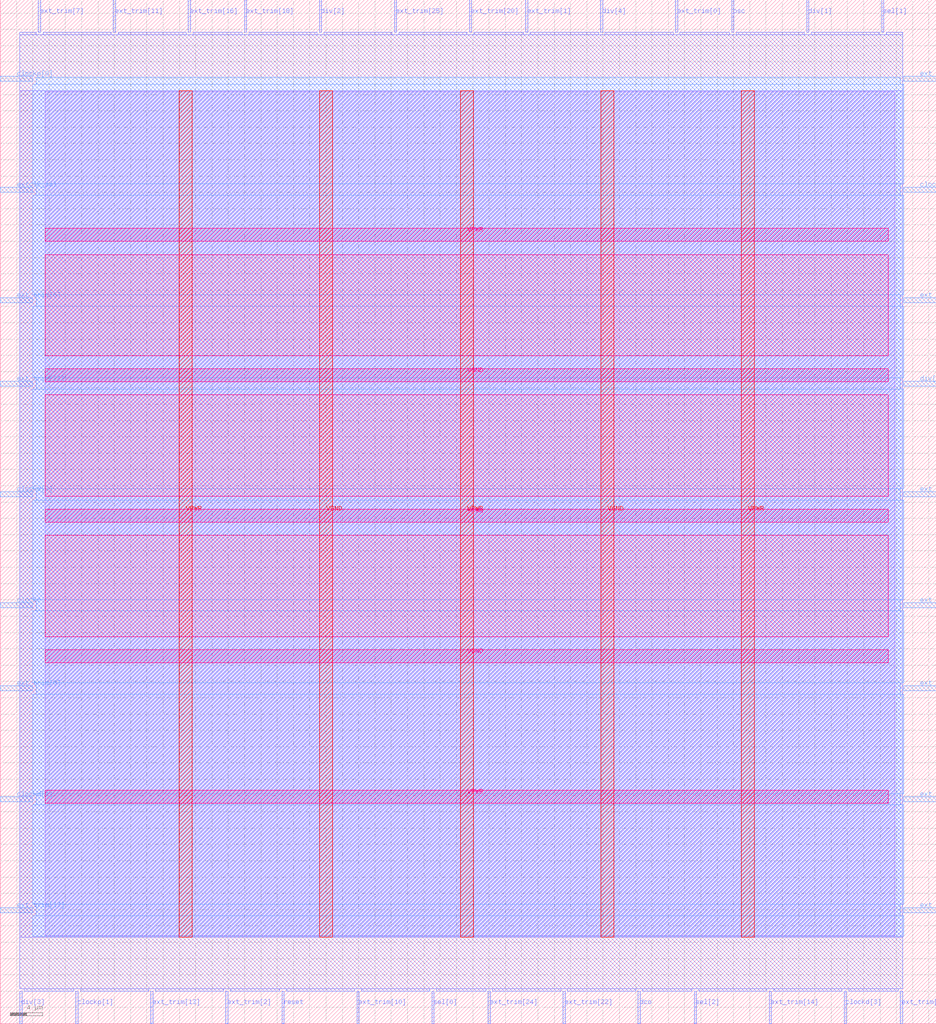
<source format=lef>
VERSION 5.7 ;
  NOWIREEXTENSIONATPIN ON ;
  DIVIDERCHAR "/" ;
  BUSBITCHARS "[]" ;
MACRO digital_pll
  CLASS BLOCK ;
  FOREIGN digital_pll ;
  ORIGIN 0.000 0.000 ;
  SIZE 114.895 BY 125.615 ;
  PIN clockc
    DIRECTION OUTPUT TRISTATE ;
    USE SIGNAL ;
    PORT
      LAYER met3 ;
        RECT 0.000 51.040 4.000 51.640 ;
    END
  END clockc
  PIN clockd[0]
    DIRECTION OUTPUT TRISTATE ;
    USE SIGNAL ;
    PORT
      LAYER met3 ;
        RECT 0.000 64.640 4.000 65.240 ;
    END
  END clockd[0]
  PIN clockd[1]
    DIRECTION OUTPUT TRISTATE ;
    USE SIGNAL ;
    PORT
      LAYER met3 ;
        RECT 0.000 27.240 4.000 27.840 ;
    END
  END clockd[1]
  PIN clockd[2]
    DIRECTION OUTPUT TRISTATE ;
    USE SIGNAL ;
    PORT
      LAYER met3 ;
        RECT 110.895 102.040 114.895 102.640 ;
    END
  END clockd[2]
  PIN clockd[3]
    DIRECTION OUTPUT TRISTATE ;
    USE SIGNAL ;
    PORT
      LAYER met2 ;
        RECT 103.590 0.000 103.870 4.000 ;
    END
  END clockd[3]
  PIN clockp[0]
    DIRECTION OUTPUT TRISTATE ;
    USE SIGNAL ;
    PORT
      LAYER met3 ;
        RECT 0.000 115.640 4.000 116.240 ;
    END
  END clockp[0]
  PIN clockp[1]
    DIRECTION OUTPUT TRISTATE ;
    USE SIGNAL ;
    PORT
      LAYER met2 ;
        RECT 9.290 0.000 9.570 4.000 ;
    END
  END clockp[1]
  PIN dco
    DIRECTION INPUT ;
    USE SIGNAL ;
    PORT
      LAYER met2 ;
        RECT 78.290 0.000 78.570 4.000 ;
    END
  END dco
  PIN div[0]
    DIRECTION INPUT ;
    USE SIGNAL ;
    PORT
      LAYER met3 ;
        RECT 110.895 78.240 114.895 78.840 ;
    END
  END div[0]
  PIN div[1]
    DIRECTION INPUT ;
    USE SIGNAL ;
    PORT
      LAYER met2 ;
        RECT 98.990 121.615 99.270 125.615 ;
    END
  END div[1]
  PIN div[2]
    DIRECTION INPUT ;
    USE SIGNAL ;
    PORT
      LAYER met2 ;
        RECT 39.190 121.615 39.470 125.615 ;
    END
  END div[2]
  PIN div[3]
    DIRECTION INPUT ;
    USE SIGNAL ;
    PORT
      LAYER met2 ;
        RECT 2.390 0.000 2.670 4.000 ;
    END
  END div[3]
  PIN div[4]
    DIRECTION INPUT ;
    USE SIGNAL ;
    PORT
      LAYER met2 ;
        RECT 73.690 121.615 73.970 125.615 ;
    END
  END div[4]
  PIN ext_trim[0]
    DIRECTION INPUT ;
    USE SIGNAL ;
    PORT
      LAYER met2 ;
        RECT 82.890 121.615 83.170 125.615 ;
    END
  END ext_trim[0]
  PIN ext_trim[10]
    DIRECTION INPUT ;
    USE SIGNAL ;
    PORT
      LAYER met2 ;
        RECT 43.790 0.000 44.070 4.000 ;
    END
  END ext_trim[10]
  PIN ext_trim[11]
    DIRECTION INPUT ;
    USE SIGNAL ;
    PORT
      LAYER met2 ;
        RECT 13.890 121.615 14.170 125.615 ;
    END
  END ext_trim[11]
  PIN ext_trim[12]
    DIRECTION INPUT ;
    USE SIGNAL ;
    PORT
      LAYER met3 ;
        RECT 110.895 27.240 114.895 27.840 ;
    END
  END ext_trim[12]
  PIN ext_trim[13]
    DIRECTION INPUT ;
    USE SIGNAL ;
    PORT
      LAYER met2 ;
        RECT 18.490 0.000 18.770 4.000 ;
    END
  END ext_trim[13]
  PIN ext_trim[14]
    DIRECTION INPUT ;
    USE SIGNAL ;
    PORT
      LAYER met2 ;
        RECT 94.390 0.000 94.670 4.000 ;
    END
  END ext_trim[14]
  PIN ext_trim[15]
    DIRECTION INPUT ;
    USE SIGNAL ;
    PORT
      LAYER met3 ;
        RECT 110.895 88.440 114.895 89.040 ;
    END
  END ext_trim[15]
  PIN ext_trim[16]
    DIRECTION INPUT ;
    USE SIGNAL ;
    PORT
      LAYER met2 ;
        RECT 23.090 121.615 23.370 125.615 ;
    END
  END ext_trim[16]
  PIN ext_trim[17]
    DIRECTION INPUT ;
    USE SIGNAL ;
    PORT
      LAYER met3 ;
        RECT 0.000 13.640 4.000 14.240 ;
    END
  END ext_trim[17]
  PIN ext_trim[18]
    DIRECTION INPUT ;
    USE SIGNAL ;
    PORT
      LAYER met2 ;
        RECT 29.990 121.615 30.270 125.615 ;
    END
  END ext_trim[18]
  PIN ext_trim[19]
    DIRECTION INPUT ;
    USE SIGNAL ;
    PORT
      LAYER met3 ;
        RECT 110.895 51.040 114.895 51.640 ;
    END
  END ext_trim[19]
  PIN ext_trim[1]
    DIRECTION INPUT ;
    USE SIGNAL ;
    PORT
      LAYER met2 ;
        RECT 64.490 121.615 64.770 125.615 ;
    END
  END ext_trim[1]
  PIN ext_trim[20]
    DIRECTION INPUT ;
    USE SIGNAL ;
    PORT
      LAYER met2 ;
        RECT 57.590 121.615 57.870 125.615 ;
    END
  END ext_trim[20]
  PIN ext_trim[21]
    DIRECTION INPUT ;
    USE SIGNAL ;
    PORT
      LAYER met3 ;
        RECT 0.000 78.240 4.000 78.840 ;
    END
  END ext_trim[21]
  PIN ext_trim[22]
    DIRECTION INPUT ;
    USE SIGNAL ;
    PORT
      LAYER met2 ;
        RECT 69.090 0.000 69.370 4.000 ;
    END
  END ext_trim[22]
  PIN ext_trim[23]
    DIRECTION INPUT ;
    USE SIGNAL ;
    PORT
      LAYER met3 ;
        RECT 110.895 115.640 114.895 116.240 ;
    END
  END ext_trim[23]
  PIN ext_trim[24]
    DIRECTION INPUT ;
    USE SIGNAL ;
    PORT
      LAYER met2 ;
        RECT 59.890 0.000 60.170 4.000 ;
    END
  END ext_trim[24]
  PIN ext_trim[25]
    DIRECTION INPUT ;
    USE SIGNAL ;
    PORT
      LAYER met2 ;
        RECT 48.390 121.615 48.670 125.615 ;
    END
  END ext_trim[25]
  PIN ext_trim[2]
    DIRECTION INPUT ;
    USE SIGNAL ;
    PORT
      LAYER met2 ;
        RECT 27.690 0.000 27.970 4.000 ;
    END
  END ext_trim[2]
  PIN ext_trim[3]
    DIRECTION INPUT ;
    USE SIGNAL ;
    PORT
      LAYER met3 ;
        RECT 110.895 40.840 114.895 41.440 ;
    END
  END ext_trim[3]
  PIN ext_trim[4]
    DIRECTION INPUT ;
    USE SIGNAL ;
    PORT
      LAYER met2 ;
        RECT 110.490 0.000 110.770 4.000 ;
    END
  END ext_trim[4]
  PIN ext_trim[5]
    DIRECTION INPUT ;
    USE SIGNAL ;
    PORT
      LAYER met3 ;
        RECT 110.895 64.640 114.895 65.240 ;
    END
  END ext_trim[5]
  PIN ext_trim[6]
    DIRECTION INPUT ;
    USE SIGNAL ;
    PORT
      LAYER met3 ;
        RECT 0.000 88.440 4.000 89.040 ;
    END
  END ext_trim[6]
  PIN ext_trim[7]
    DIRECTION INPUT ;
    USE SIGNAL ;
    PORT
      LAYER met2 ;
        RECT 4.690 121.615 4.970 125.615 ;
    END
  END ext_trim[7]
  PIN ext_trim[8]
    DIRECTION INPUT ;
    USE SIGNAL ;
    PORT
      LAYER met3 ;
        RECT 0.000 40.840 4.000 41.440 ;
    END
  END ext_trim[8]
  PIN ext_trim[9]
    DIRECTION INPUT ;
    USE SIGNAL ;
    PORT
      LAYER met3 ;
        RECT 110.895 13.640 114.895 14.240 ;
    END
  END ext_trim[9]
  PIN extclk_sel
    DIRECTION INPUT ;
    USE SIGNAL ;
    PORT
      LAYER met3 ;
        RECT 0.000 102.040 4.000 102.640 ;
    END
  END extclk_sel
  PIN osc
    DIRECTION INPUT ;
    USE SIGNAL ;
    PORT
      LAYER met2 ;
        RECT 89.790 121.615 90.070 125.615 ;
    END
  END osc
  PIN reset
    DIRECTION INPUT ;
    USE SIGNAL ;
    PORT
      LAYER met2 ;
        RECT 34.590 0.000 34.870 4.000 ;
    END
  END reset
  PIN sel[0]
    DIRECTION INPUT ;
    USE SIGNAL ;
    PORT
      LAYER met2 ;
        RECT 52.990 0.000 53.270 4.000 ;
    END
  END sel[0]
  PIN sel[1]
    DIRECTION INPUT ;
    USE SIGNAL ;
    PORT
      LAYER met2 ;
        RECT 108.190 121.615 108.470 125.615 ;
    END
  END sel[1]
  PIN sel[2]
    DIRECTION INPUT ;
    USE SIGNAL ;
    PORT
      LAYER met2 ;
        RECT 85.190 0.000 85.470 4.000 ;
    END
  END sel[2]
  PIN VPWR
    DIRECTION INOUT ;
    USE POWER ;
    PORT
      LAYER met4 ;
        RECT 90.970 10.640 92.570 114.480 ;
    END
  END VPWR
  PIN VPWR
    DIRECTION INOUT ;
    USE POWER ;
    PORT
      LAYER met4 ;
        RECT 56.470 10.640 58.070 114.480 ;
    END
  END VPWR
  PIN VPWR
    DIRECTION INOUT ;
    USE POWER ;
    PORT
      LAYER met4 ;
        RECT 21.970 10.640 23.570 114.480 ;
    END
  END VPWR
  PIN VPWR
    DIRECTION INOUT ;
    USE POWER ;
    PORT
      LAYER met5 ;
        RECT 5.520 95.975 109.020 97.575 ;
    END
  END VPWR
  PIN VPWR
    DIRECTION INOUT ;
    USE POWER ;
    PORT
      LAYER met5 ;
        RECT 5.520 61.520 109.020 63.120 ;
    END
  END VPWR
  PIN VPWR
    DIRECTION INOUT ;
    USE POWER ;
    PORT
      LAYER met5 ;
        RECT 5.520 27.065 109.020 28.665 ;
    END
  END VPWR
  PIN VGND
    DIRECTION INOUT ;
    USE GROUND ;
    PORT
      LAYER met4 ;
        RECT 73.720 10.640 75.320 114.480 ;
    END
  END VGND
  PIN VGND
    DIRECTION INOUT ;
    USE GROUND ;
    PORT
      LAYER met4 ;
        RECT 39.220 10.640 40.820 114.480 ;
    END
  END VGND
  PIN VGND
    DIRECTION INOUT ;
    USE GROUND ;
    PORT
      LAYER met5 ;
        RECT 5.520 78.745 109.020 80.345 ;
    END
  END VGND
  PIN VGND
    DIRECTION INOUT ;
    USE GROUND ;
    PORT
      LAYER met5 ;
        RECT 5.520 44.295 109.020 45.895 ;
    END
  END VGND
  OBS
      LAYER li1 ;
        RECT 5.520 10.795 109.795 114.325 ;
      LAYER met1 ;
        RECT 2.370 10.640 110.790 114.480 ;
      LAYER met2 ;
        RECT 2.400 121.335 4.410 121.615 ;
        RECT 5.250 121.335 13.610 121.615 ;
        RECT 14.450 121.335 22.810 121.615 ;
        RECT 23.650 121.335 29.710 121.615 ;
        RECT 30.550 121.335 38.910 121.615 ;
        RECT 39.750 121.335 48.110 121.615 ;
        RECT 48.950 121.335 57.310 121.615 ;
        RECT 58.150 121.335 64.210 121.615 ;
        RECT 65.050 121.335 73.410 121.615 ;
        RECT 74.250 121.335 82.610 121.615 ;
        RECT 83.450 121.335 89.510 121.615 ;
        RECT 90.350 121.335 98.710 121.615 ;
        RECT 99.550 121.335 107.910 121.615 ;
        RECT 108.750 121.335 110.760 121.615 ;
        RECT 2.400 4.280 110.760 121.335 ;
        RECT 2.950 4.000 9.010 4.280 ;
        RECT 9.850 4.000 18.210 4.280 ;
        RECT 19.050 4.000 27.410 4.280 ;
        RECT 28.250 4.000 34.310 4.280 ;
        RECT 35.150 4.000 43.510 4.280 ;
        RECT 44.350 4.000 52.710 4.280 ;
        RECT 53.550 4.000 59.610 4.280 ;
        RECT 60.450 4.000 68.810 4.280 ;
        RECT 69.650 4.000 78.010 4.280 ;
        RECT 78.850 4.000 84.910 4.280 ;
        RECT 85.750 4.000 94.110 4.280 ;
        RECT 94.950 4.000 103.310 4.280 ;
        RECT 104.150 4.000 110.210 4.280 ;
      LAYER met3 ;
        RECT 4.400 115.240 110.495 116.105 ;
        RECT 4.000 103.040 110.895 115.240 ;
        RECT 4.400 101.640 110.495 103.040 ;
        RECT 4.000 89.440 110.895 101.640 ;
        RECT 4.400 88.040 110.495 89.440 ;
        RECT 4.000 79.240 110.895 88.040 ;
        RECT 4.400 77.840 110.495 79.240 ;
        RECT 4.000 65.640 110.895 77.840 ;
        RECT 4.400 64.240 110.495 65.640 ;
        RECT 4.000 52.040 110.895 64.240 ;
        RECT 4.400 50.640 110.495 52.040 ;
        RECT 4.000 41.840 110.895 50.640 ;
        RECT 4.400 40.440 110.495 41.840 ;
        RECT 4.000 28.240 110.895 40.440 ;
        RECT 4.400 26.840 110.495 28.240 ;
        RECT 4.000 14.640 110.895 26.840 ;
        RECT 4.400 13.240 110.495 14.640 ;
        RECT 4.000 10.715 110.895 13.240 ;
      LAYER met5 ;
        RECT 5.520 81.945 109.020 94.375 ;
        RECT 5.520 64.720 109.020 77.145 ;
        RECT 5.520 47.495 109.020 59.920 ;
  END
END digital_pll
END LIBRARY


</source>
